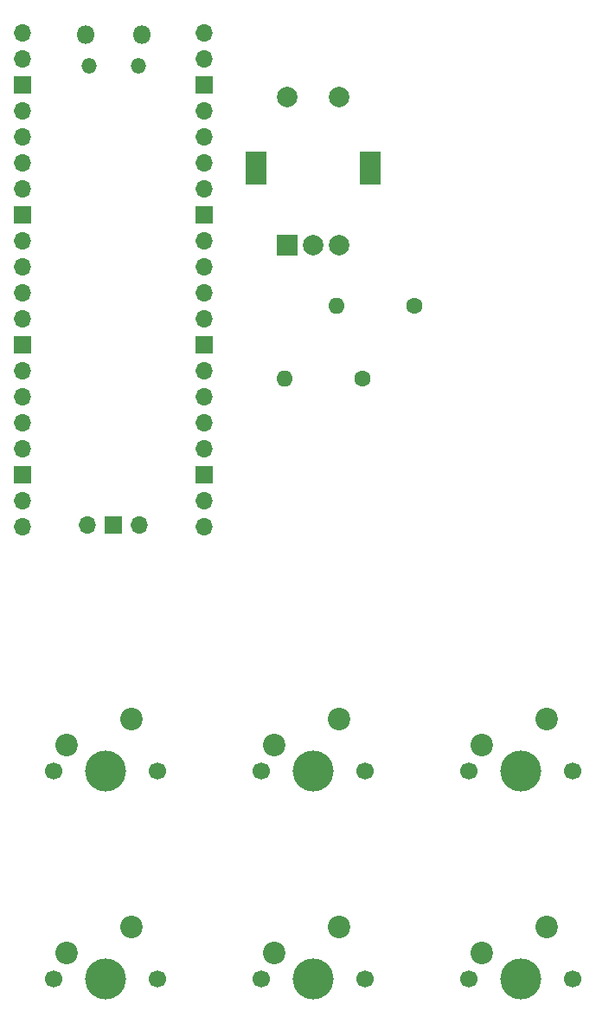
<source format=gbr>
G04 #@! TF.GenerationSoftware,KiCad,Pcbnew,5.1.5+dfsg1-2build2*
G04 #@! TF.CreationDate,2021-05-16T21:52:53+03:00*
G04 #@! TF.ProjectId,pico-mediakeeb,7069636f-2d6d-4656-9469-616b6565622e,v01*
G04 #@! TF.SameCoordinates,Original*
G04 #@! TF.FileFunction,Soldermask,Bot*
G04 #@! TF.FilePolarity,Negative*
%FSLAX46Y46*%
G04 Gerber Fmt 4.6, Leading zero omitted, Abs format (unit mm)*
G04 Created by KiCad (PCBNEW 5.1.5+dfsg1-2build2) date 2021-05-16 21:52:53*
%MOMM*%
%LPD*%
G04 APERTURE LIST*
%ADD10C,1.700000*%
%ADD11C,4.000000*%
%ADD12C,2.200000*%
%ADD13R,2.000000X2.000000*%
%ADD14C,2.000000*%
%ADD15R,2.000000X3.200000*%
%ADD16O,1.700000X1.700000*%
%ADD17R,1.700000X1.700000*%
%ADD18O,1.800000X1.800000*%
%ADD19O,1.500000X1.500000*%
%ADD20O,1.600000X1.600000*%
%ADD21C,1.600000*%
G04 APERTURE END LIST*
D10*
X102362000Y-125984000D03*
X92202000Y-125984000D03*
D11*
X97282000Y-125984000D03*
D12*
X93472000Y-123444000D03*
X99822000Y-120904000D03*
D10*
X82042000Y-125984000D03*
X71882000Y-125984000D03*
D11*
X76962000Y-125984000D03*
D12*
X73152000Y-123444000D03*
X79502000Y-120904000D03*
D10*
X61722000Y-125984000D03*
X51562000Y-125984000D03*
D11*
X56642000Y-125984000D03*
D12*
X52832000Y-123444000D03*
X59182000Y-120904000D03*
D10*
X102362000Y-146304000D03*
X92202000Y-146304000D03*
D11*
X97282000Y-146304000D03*
D12*
X93472000Y-143764000D03*
X99822000Y-141224000D03*
D10*
X82042000Y-146304000D03*
X71882000Y-146304000D03*
D11*
X76962000Y-146304000D03*
D12*
X73152000Y-143764000D03*
X79502000Y-141224000D03*
D10*
X61722000Y-146304000D03*
X51562000Y-146304000D03*
D11*
X56642000Y-146304000D03*
D12*
X52832000Y-143764000D03*
X59182000Y-141224000D03*
D13*
X74422000Y-74554000D03*
D14*
X76922000Y-74554000D03*
X79422000Y-74554000D03*
D15*
X71322000Y-67054000D03*
X82522000Y-67054000D03*
D14*
X74422000Y-60054000D03*
X79422000Y-60054000D03*
D16*
X48514000Y-53848000D03*
X48514000Y-56388000D03*
D17*
X48514000Y-58928000D03*
D16*
X48514000Y-61468000D03*
X48514000Y-64008000D03*
X48514000Y-66548000D03*
X48514000Y-69088000D03*
D17*
X48514000Y-71628000D03*
D16*
X48514000Y-74168000D03*
X48514000Y-76708000D03*
X48514000Y-79248000D03*
X48514000Y-81788000D03*
D17*
X48514000Y-84328000D03*
D16*
X48514000Y-86868000D03*
X48514000Y-89408000D03*
X48514000Y-91948000D03*
X48514000Y-94488000D03*
D17*
X48514000Y-97028000D03*
D16*
X48514000Y-99568000D03*
X48514000Y-102108000D03*
X66294000Y-102108000D03*
X66294000Y-99568000D03*
D17*
X66294000Y-97028000D03*
D16*
X66294000Y-94488000D03*
X66294000Y-91948000D03*
X66294000Y-89408000D03*
X66294000Y-86868000D03*
D17*
X66294000Y-84328000D03*
D16*
X66294000Y-81788000D03*
X66294000Y-79248000D03*
X66294000Y-76708000D03*
X66294000Y-74168000D03*
D17*
X66294000Y-71628000D03*
D16*
X66294000Y-69088000D03*
X66294000Y-66548000D03*
X66294000Y-64008000D03*
X66294000Y-61468000D03*
D17*
X66294000Y-58928000D03*
D16*
X66294000Y-56388000D03*
X66294000Y-53848000D03*
D18*
X54679000Y-53978000D03*
X60129000Y-53978000D03*
D19*
X54979000Y-57008000D03*
X59829000Y-57008000D03*
D16*
X54864000Y-101878000D03*
D17*
X57404000Y-101878000D03*
D16*
X59944000Y-101878000D03*
D20*
X74168000Y-87630000D03*
D21*
X81788000Y-87630000D03*
D20*
X79248000Y-80518000D03*
D21*
X86868000Y-80518000D03*
M02*

</source>
